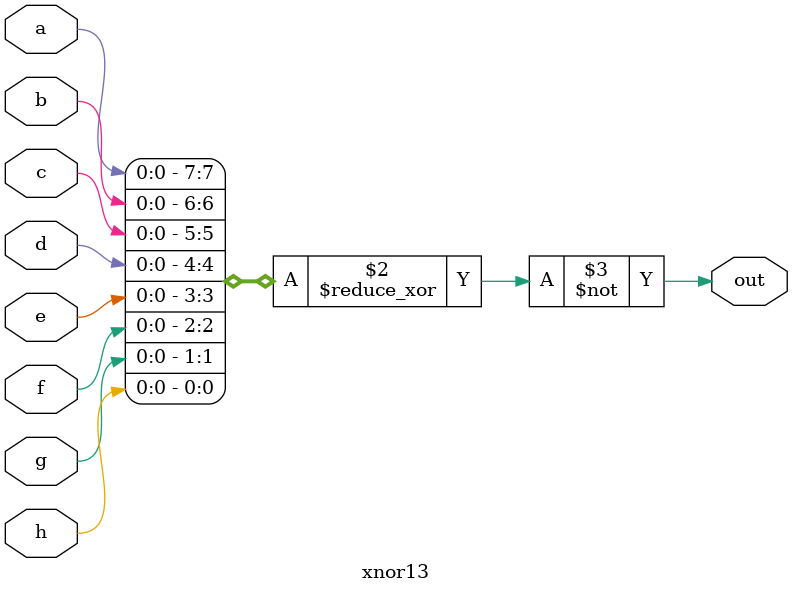
<source format=v>
module xnor13 (
  input a,
  input b,
  input c,
  input d,
  input e,
  input f,
  input g,
  input h,
  output reg out
);

    always @(*) begin
        out = ~(^{a,b,c,d,e,f,g,h}); // XNOR using built-in operator
    end
    
    
endmodule

</source>
